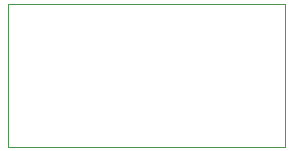
<source format=gbr>
%TF.GenerationSoftware,KiCad,Pcbnew,7.0.7*%
%TF.CreationDate,2023-11-19T15:45:15+03:00*%
%TF.ProjectId,Main_PCB_002,4d61696e-5f50-4434-925f-3030322e6b69,rev?*%
%TF.SameCoordinates,Original*%
%TF.FileFunction,Profile,NP*%
%FSLAX46Y46*%
G04 Gerber Fmt 4.6, Leading zero omitted, Abs format (unit mm)*
G04 Created by KiCad (PCBNEW 7.0.7) date 2023-11-19 15:45:15*
%MOMM*%
%LPD*%
G01*
G04 APERTURE LIST*
%TA.AperFunction,Profile*%
%ADD10C,0.100000*%
%TD*%
G04 APERTURE END LIST*
D10*
X105410000Y-97790000D02*
X105410000Y-85725000D01*
X128905000Y-97790000D02*
X105410000Y-97790000D01*
X105410000Y-85725000D02*
X128905000Y-85725000D01*
X128905000Y-85725000D02*
X128905000Y-97790000D01*
M02*

</source>
